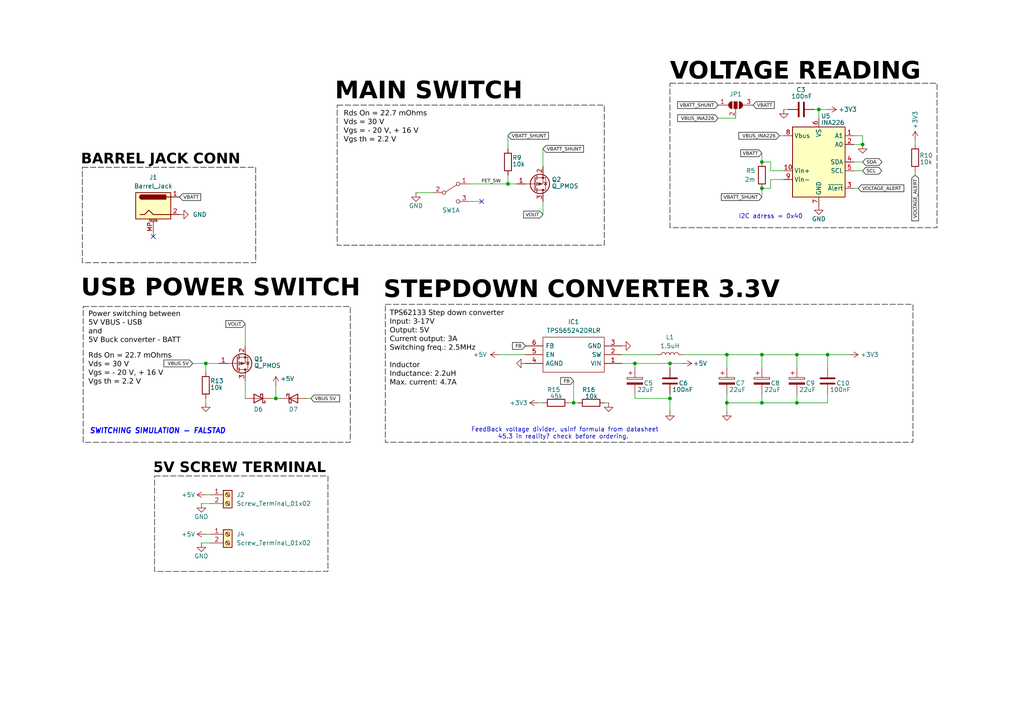
<source format=kicad_sch>
(kicad_sch (version 20250114) (generator "eeschema") (generator_version "9.0")
  (paper "A4")
  (lib_symbols
    (symbol "Connector:Barrel_Jack_MountingPin" (pin_names (hide yes))
      (property "Reference" "J" (at 0 5.334 0))
      (property "Value" "Barrel_Jack_MountingPin" (at 1.27 -6.35 0))
      (symbol "Barrel_Jack_MountingPin_0_1"
        (rectangle (start -5.08 3.81) (end 5.08 -3.81) (stroke (width 0.254)) (fill (type background)))
        (polyline (pts (xy -3.81 -2.54) (xy -2.54 -2.54) (xy -1.27 -1.27) (xy 0 -2.54) (xy 2.54 -2.54) (xy 5.08 -2.54)) (stroke (width 0.254)))
        (arc (start -3.302 1.905) (mid -3.9343 2.54) (end -3.302 3.175) (stroke (width 0.254)))
        (arc (start -3.302 1.905) (mid -3.9343 2.54) (end -3.302 3.175) (stroke (width 0.254)) (fill (type outline)))
        (rectangle (start 3.683 3.175) (end -3.302 1.905) (stroke (width 0.254)) (fill (type outline)))
        (polyline (pts (xy 5.08 2.54) (xy 3.81 2.54)) (stroke (width 0.254)))
      )
      (symbol "Barrel_Jack_MountingPin_1_1"
        (polyline (pts (xy -1.016 -4.572) (xy 1.016 -4.572)) (stroke (width 0.1524)))
        (text "Mounting" (at 0 -4.191 0) (effects (font (size 0.381 0.381))))
        (pin passive line (at 0 -7.62 90) (length 3.048) (name "MountPin") (number "MP"))
        (pin passive line (at 7.62 2.54 180) (length 2.54) (name "~") (number "1"))
        (pin passive line (at 7.62 -2.54 180) (length 2.54) (name "~") (number "2"))
      )
    )
    (symbol "Connector:Screw_Terminal_01x02" (pin_names (offset 1.016) (hide yes))
      (property "Reference" "J" (at 0 2.54 0))
      (property "Value" "Screw_Terminal_01x02" (at 0 -5.08 0))
      (symbol "Screw_Terminal_01x02_1_1"
        (rectangle (start -1.27 1.27) (end 1.27 -3.81) (stroke (width 0.254)) (fill (type background)))
        (polyline (pts (xy -0.5334 0.3302) (xy 0.3302 -0.508)) (stroke (width 0.1524)))
        (polyline (pts (xy -0.5334 -2.2098) (xy 0.3302 -3.048)) (stroke (width 0.1524)))
        (polyline (pts (xy -0.3556 0.508) (xy 0.508 -0.3302)) (stroke (width 0.1524)))
        (polyline (pts (xy -0.3556 -2.032) (xy 0.508 -2.8702)) (stroke (width 0.1524)))
        (circle (center 0 0) (radius 0.635) (stroke (width 0.1524)))
        (circle (center 0 -2.54) (radius 0.635) (stroke (width 0.1524)))
        (pin passive line (at -5.08 0 0) (length 3.81) (name "Pin_1") (number "1"))
        (pin passive line (at -5.08 -2.54 0) (length 3.81) (name "Pin_2") (number "2"))
      )
    )
    (symbol "Device:C" (pin_numbers (hide yes)) (pin_names (offset 0.254))
      (property "Reference" "C" (at 0.635 2.54 0))
      (property "Value" "C" (at 0.635 -2.54 0))
      (symbol "C_0_1"
        (polyline (pts (xy -2.032 0.762) (xy 2.032 0.762)) (stroke (width 0.508)))
        (polyline (pts (xy -2.032 -0.762) (xy 2.032 -0.762)) (stroke (width 0.508)))
      )
      (symbol "C_1_1"
        (pin passive line (at 0 3.81 270) (length 2.794) (name "~") (number "1"))
        (pin passive line (at 0 -3.81 90) (length 2.794) (name "~") (number "2"))
      )
    )
    (symbol "Device:C_Polarized" (pin_numbers (hide yes)) (pin_names (offset 0.254))
      (property "Reference" "C" (at 0.635 2.54 0))
      (property "Value" "C_Polarized" (at 0.635 -2.54 0))
      (symbol "C_Polarized_0_1"
        (rectangle (start -2.286 0.508) (end 2.286 1.016))
        (polyline (pts (xy -1.778 2.286) (xy -0.762 2.286)))
        (polyline (pts (xy -1.27 2.794) (xy -1.27 1.778)))
        (rectangle (start 2.286 -0.508) (end -2.286 -1.016) (fill (type outline)))
      )
      (symbol "C_Polarized_1_1"
        (pin passive line (at 0 3.81 270) (length 2.794) (name "~") (number "1"))
        (pin passive line (at 0 -3.81 90) (length 2.794) (name "~") (number "2"))
      )
    )
    (symbol "Device:D_Schottky" (pin_numbers (hide yes)) (pin_names (offset 1.016) (hide yes))
      (property "Reference" "D" (at 0 2.54 0))
      (property "Value" "D_Schottky" (at 0 -2.54 0))
      (symbol "D_Schottky_0_1"
        (polyline (pts (xy -1.905 0.635) (xy -1.905 1.27) (xy -1.27 1.27) (xy -1.27 -1.27) (xy -0.635 -1.27) (xy -0.635 -0.635)) (stroke (width 0.254)))
        (polyline (pts (xy 1.27 1.27) (xy 1.27 -1.27) (xy -1.27 0) (xy 1.27 1.27)) (stroke (width 0.254)))
        (polyline (pts (xy 1.27 0) (xy -1.27 0)))
      )
      (symbol "D_Schottky_1_1"
        (pin passive line (at -3.81 0 0) (length 2.54) (name "K") (number "1"))
        (pin passive line (at 3.81 0 180) (length 2.54) (name "A") (number "2"))
      )
    )
    (symbol "Device:L" (pin_numbers (hide yes)) (pin_names (offset 1.016) (hide yes))
      (property "Reference" "L" (at -1.27 0 90))
      (property "Value" "L" (at 1.905 0 90))
      (symbol "L_0_1"
        (arc (start 0 2.54) (mid 0.6323 1.905) (end 0 1.27))
        (arc (start 0 1.27) (mid 0.6323 0.635) (end 0 0))
        (arc (start 0 0) (mid 0.6323 -0.635) (end 0 -1.27))
        (arc (start 0 -1.27) (mid 0.6323 -1.905) (end 0 -2.54))
      )
      (symbol "L_1_1"
        (pin passive line (at 0 3.81 270) (length 1.27) (name "1") (number "1"))
        (pin passive line (at 0 -3.81 90) (length 1.27) (name "2") (number "2"))
      )
    )
    (symbol "Device:Q_PMOS_GSD" (pin_names (offset 0) (hide yes))
      (property "Reference" "Q" (at 5.08 1.27 0))
      (property "Value" "Q_PMOS_GSD" (at 5.08 -1.27 0))
      (symbol "Q_PMOS_GSD_0_1"
        (polyline (pts (xy 0.254 1.905) (xy 0.254 -1.905)) (stroke (width 0.254)))
        (polyline (pts (xy 0.254 0) (xy -2.54 0)))
        (polyline (pts (xy 0.762 2.286) (xy 0.762 1.27)) (stroke (width 0.254)))
        (polyline (pts (xy 0.762 1.778) (xy 3.302 1.778) (xy 3.302 -1.778) (xy 0.762 -1.778)))
        (polyline (pts (xy 0.762 0.508) (xy 0.762 -0.508)) (stroke (width 0.254)))
        (polyline (pts (xy 0.762 -1.27) (xy 0.762 -2.286)) (stroke (width 0.254)))
        (circle (center 1.651 0) (radius 2.794) (stroke (width 0.254)))
        (polyline (pts (xy 2.286 0) (xy 1.27 0.381) (xy 1.27 -0.381) (xy 2.286 0)) (fill (type outline)))
        (polyline (pts (xy 2.54 2.54) (xy 2.54 1.778)))
        (circle (center 2.54 1.778) (radius 0.254) (fill (type outline)))
        (circle (center 2.54 -1.778) (radius 0.254) (fill (type outline)))
        (polyline (pts (xy 2.54 -2.54) (xy 2.54 0) (xy 0.762 0)))
        (polyline (pts (xy 2.794 -0.508) (xy 2.921 -0.381) (xy 3.683 -0.381) (xy 3.81 -0.254)))
        (polyline (pts (xy 3.302 -0.381) (xy 2.921 0.254) (xy 3.683 0.254) (xy 3.302 -0.381)))
      )
      (symbol "Q_PMOS_GSD_1_1"
        (pin input line (at -5.08 0 0) (length 2.54) (name "G") (number "1"))
        (pin passive line (at 2.54 5.08 270) (length 2.54) (name "D") (number "3"))
        (pin passive line (at 2.54 -5.08 90) (length 2.54) (name "S") (number "2"))
      )
    )
    (symbol "Device:R" (pin_numbers (hide yes)) (pin_names (offset 0))
      (property "Reference" "R" (at 2.032 0 90))
      (property "Value" "R" (at 0 0 90))
      (symbol "R_0_1"
        (rectangle (start -1.016 -2.54) (end 1.016 2.54) (stroke (width 0.254)))
      )
      (symbol "R_1_1"
        (pin passive line (at 0 3.81 270) (length 1.27) (name "~") (number "1"))
        (pin passive line (at 0 -3.81 90) (length 1.27) (name "~") (number "2"))
      )
    )
    (symbol "Jumper:SolderJumper_3_Open" (pin_names (offset 0) (hide yes)) (exclude_from_sim yes) (in_bom no)
      (property "Reference" "JP" (at -2.54 -2.54 0))
      (property "Value" "SolderJumper_3_Open" (at 0 2.794 0))
      (symbol "SolderJumper_3_Open_0_1"
        (polyline (pts (xy -2.54 0) (xy -2.032 0)))
        (polyline (pts (xy -1.016 1.016) (xy -1.016 -1.016)))
        (arc (start -1.016 -1.016) (mid -2.0276 0) (end -1.016 1.016))
        (arc (start -1.016 -1.016) (mid -2.0276 0) (end -1.016 1.016) (fill (type outline)))
        (rectangle (start -0.508 1.016) (end 0.508 -1.016) (fill (type outline)))
        (polyline (pts (xy 0 -1.27) (xy 0 -1.016)))
        (arc (start 1.016 1.016) (mid 2.0276 0) (end 1.016 -1.016))
        (arc (start 1.016 1.016) (mid 2.0276 0) (end 1.016 -1.016) (fill (type outline)))
        (polyline (pts (xy 1.016 1.016) (xy 1.016 -1.016)))
        (polyline (pts (xy 2.54 0) (xy 2.032 0)))
      )
      (symbol "SolderJumper_3_Open_1_1"
        (pin passive line (at -5.08 0 0) (length 2.54) (name "A") (number "1"))
        (pin passive line (at 0 -3.81 90) (length 2.54) (name "C") (number "2"))
        (pin passive line (at 5.08 0 180) (length 2.54) (name "B") (number "3"))
      )
    )
    (symbol "SamacSys_Parts:TPS565242DRLR" (pin_names (offset 0.762))
      (property "Reference" "IC" (at 24.13 7.62 0))
      (property "Value" "TPS565242DRLR" (at 24.13 5.08 0))
      (symbol "TPS565242DRLR_0_0"
        (pin passive line (at 0 0 0) (length 5.08) (name "VIN") (number "1"))
        (pin passive line (at 0 -2.54 0) (length 5.08) (name "SW") (number "2"))
        (pin passive line (at 0 -5.08 0) (length 5.08) (name "GND") (number "3"))
        (pin passive line (at 27.94 0 180) (length 5.08) (name "AGND") (number "4"))
        (pin passive line (at 27.94 -2.54 180) (length 5.08) (name "EN") (number "5"))
        (pin passive line (at 27.94 -5.08 180) (length 5.08) (name "FB") (number "6"))
      )
      (symbol "TPS565242DRLR_0_1"
        (polyline (pts (xy 5.08 2.54) (xy 22.86 2.54) (xy 22.86 -7.62) (xy 5.08 -7.62) (xy 5.08 2.54)) (stroke (width 0.1524)))
      )
    )
    (symbol "Sensor_Energy:INA226"
      (property "Reference" "U" (at -6.35 11.43 0))
      (property "Value" "INA226" (at 3.81 11.43 0))
      (symbol "INA226_0_1"
        (rectangle (start 7.62 10.16) (end -7.62 -10.16) (stroke (width 0.254)) (fill (type background)))
      )
      (symbol "INA226_1_1"
        (pin input line (at -10.16 7.62 0) (length 2.54) (name "Vbus") (number "8"))
        (pin input line (at -10.16 -2.54 0) (length 2.54) (name "Vin+") (number "10"))
        (pin input line (at -10.16 -5.08 0) (length 2.54) (name "Vin-") (number "9"))
        (pin power_in line (at 0 12.7 270) (length 2.54) (name "VS") (number "6"))
        (pin power_in line (at 0 -12.7 90) (length 2.54) (name "GND") (number "7"))
        (pin input line (at 10.16 7.62 180) (length 2.54) (name "A1") (number "1"))
        (pin input line (at 10.16 5.08 180) (length 2.54) (name "A0") (number "2"))
        (pin bidirectional line (at 10.16 0 180) (length 2.54) (name "SDA") (number "4"))
        (pin input line (at 10.16 -2.54 180) (length 2.54) (name "SCL") (number "5"))
        (pin open_collector line (at 10.16 -7.62 180) (length 2.54) (name "~{Alert}") (number "3"))
      )
    )
    (symbol "Switch:SW_DPDT_x2" (pin_names (offset 0) (hide yes))
      (property "Reference" "SW" (at 0 4.318 0))
      (property "Value" "SW_DPDT_x2" (at 0 -5.08 0))
      (symbol "SW_DPDT_x2_0_0"
        (circle (center -2.032 0) (radius 0.508))
        (circle (center 2.032 -2.54) (radius 0.508))
      )
      (symbol "SW_DPDT_x2_0_1"
        (polyline (pts (xy -1.524 0.254) (xy 1.651 2.286)))
        (circle (center 2.032 2.54) (radius 0.508))
      )
      (symbol "SW_DPDT_x2_1_1"
        (pin passive line (at -5.08 0 0) (length 2.54) (name "B") (number "2"))
        (pin passive line (at 5.08 2.54 180) (length 2.54) (name "A") (number "1"))
        (pin passive line (at 5.08 -2.54 180) (length 2.54) (name "C") (number "3"))
      )
      (symbol "SW_DPDT_x2_2_1"
        (pin passive line (at -5.08 0 0) (length 2.54) (name "B") (number "5"))
        (pin passive line (at 5.08 2.54 180) (length 2.54) (name "A") (number "4"))
        (pin passive line (at 5.08 -2.54 180) (length 2.54) (name "C") (number "6"))
      )
    )
    (symbol "power:+3V3" (power) (pin_names (offset 0))
      (property "Value" "+3V3" (at 0 3.556 0))
      (symbol "+3V3_0_1"
        (polyline (pts (xy -0.762 1.27) (xy 0 2.54)))
        (polyline (pts (xy 0 2.54) (xy 0.762 1.27)))
        (polyline (pts (xy 0 0) (xy 0 2.54)))
      )
      (symbol "+3V3_1_1"
        (pin power_in line (at 0 0 90) (length 0) (hide yes) (name "+3V3") (number "1"))
      )
    )
    (symbol "power:+5V" (power) (pin_numbers (hide yes)) (pin_names (offset 0) (hide yes))
      (property "Value" "+5V" (at 0 3.556 0))
      (symbol "+5V_0_1"
        (polyline (pts (xy -0.762 1.27) (xy 0 2.54)))
        (polyline (pts (xy 0 2.54) (xy 0.762 1.27)))
        (polyline (pts (xy 0 0) (xy 0 2.54)))
      )
      (symbol "+5V_1_1"
        (pin power_in line (at 0 0 90) (length 0) (name "~") (number "1"))
      )
    )
    (symbol "power:GND" (power) (pin_numbers (hide yes)) (pin_names (offset 0) (hide yes))
      (property "Value" "GND" (at 0 -3.81 0))
      (symbol "GND_0_1"
        (polyline (pts (xy 0 0) (xy 0 -1.27) (xy 1.27 -1.27) (xy 0 -2.54) (xy -1.27 -1.27) (xy 0 -1.27)))
      )
      (symbol "GND_1_1"
        (pin power_in line (at 0 0 270) (length 0) (name "~") (number "1"))
      )
    )
  )
  (rectangle (start 23.876 48.514) (end 74.168 76.2) (stroke (width 0) (type dash) (color 0 0 0 1)))
  (rectangle (start 44.831 138.049) (end 95.123 165.735) (stroke (width 0) (type dash) (color 0 0 0 1)))
  (rectangle (start 24.13 88.9) (end 101.6 128.27) (stroke (width 0) (type dash) (color 0 0 0 1)))
  (rectangle (start 111.76 88.265) (end 264.795 128.27) (stroke (width 0) (type dash) (color 0 0 0 1)))
  (rectangle (start 97.79 30.48) (end 175.26 71.12) (stroke (width 0) (type dash) (color 0 0 0 1)))
  (rectangle (start 194.31 24.13) (end 271.78 66.04) (stroke (width 0) (type dash) (color 0 0 0 1)))
  (text "Rds On = 22.7 mOhms\nVds = 30 V\nVgs = - 20 V, + 16 V\nVgs th = 2.2 V" (at 99.695 41.91 0) (effects (font (size 1.5 1.5) (italic yes)) (justify left bottom)))
  (text "VOLTAGE READING" (at 194.31 22.225 0) (effects (font (size 5 5) (thickness 1.2) (bold yes)) (justify left)))
  (text "MAIN SWITCH" (at 97.155 27.94 0) (effects (font (size 5 5) (thickness 1.2) (bold yes)) (justify left)))
  (text "5V SCREW TERMINAL" (at 44.45 138.43 0) (effects (font (size 3 3) (bold yes)) (justify left bottom)))
  (text "TPS62133 Step down converter\nInput: 3-17V\nOutput: 5V\nCurrent output: 3A\nSwitching freq.: 2.5MHz\n\nInductor \nInductance: 2.2uH\nMax. current: 4.7A" (at 113.03 112.395 0) (effects (font (size 1.5 1.5) (italic yes)) (justify left bottom)))
  (text "SWITCHING SIMULATION - FALSTAD" (at 45.72 125.095 0) (effects (font (size 1.5 1.5) (thickness 0.3) (bold yes) (italic yes))))
  (text "FeedBack voltage divider, usinf formula from datasheet\n45.3 in reality? check before ordering. " (at 163.83 125.73 0) (effects (font (size 1.27 1.27))))
  (text "Power switching between \n5V VBUS - USB \nand \n5V Buck converter - BATT" (at 25.654 100.076 0) (effects (font (size 1.5 1.5) (italic yes)) (justify left bottom)))
  (text "USB POWER SWITCH" (at 23.495 85.09 0) (effects (font (size 5 5) (thickness 1.2) (bold yes)) (justify left)))
  (text "STEPDOWN CONVERTER 3.3V" (at 111.252 85.598 0) (effects (font (size 5 5) (thickness 1.2) (bold yes)) (justify left)))
  (text "Rds On = 22.7 mOhms\nVds = 30 V\nVgs = - 20 V, + 16 V\nVgs th = 2.2 V" (at 25.654 112.141 0) (effects (font (size 1.5 1.5) (italic yes)) (justify left bottom)))
  (text "I2C adress = 0x40" (at 223.52 62.865 0) (effects (font (size 1.27 1.27))))
  (text "BARREL JACK CONN" (at 23.495 48.895 0) (effects (font (size 3 3) (bold yes)) (justify left bottom)))
  (junction (at 220.98 54.61))
  (junction (at 166.37 116.84))
  (junction (at 184.15 105.41))
  (junction (at 231.14 102.87))
  (junction (at 220.98 116.84))
  (junction (at 220.98 102.87))
  (junction (at 250.19 41.91))
  (junction (at 59.69 105.41))
  (junction (at 147.32 53.34))
  (junction (at 231.14 116.84))
  (junction (at 80.01 115.57))
  (junction (at 194.31 115.57))
  (junction (at 240.03 102.87))
  (junction (at 210.82 116.84))
  (junction (at 210.82 102.87))
  (junction (at 194.31 105.41))
  (junction (at 220.98 46.99))
  (junction (at 237.49 31.75))
  (no_connect (at 44.45 68.58))
  (no_connect (at 139.7 58.42))
  (wire (pts (xy 227.33 52.07) (xy 223.52 52.07)))
  (wire (pts (xy 157.48 62.23) (xy 157.48 58.42)))
  (wire (pts (xy 265.43 50.8) (xy 265.43 49.53)))
  (wire (pts (xy 59.69 107.95) (xy 59.69 105.41)))
  (wire (pts (xy 58.42 157.48) (xy 60.96 157.48)))
  (wire (pts (xy 223.52 49.53) (xy 223.52 46.99)))
  (wire (pts (xy 240.03 31.75) (xy 237.49 31.75)))
  (wire (pts (xy 210.82 102.87) (xy 210.82 106.68)))
  (wire (pts (xy 220.98 116.84) (xy 231.14 116.84)))
  (wire (pts (xy 227.33 49.53) (xy 223.52 49.53)))
  (wire (pts (xy 165.1 116.84) (xy 166.37 116.84)))
  (wire (pts (xy 120.65 55.88) (xy 125.73 55.88)))
  (wire (pts (xy 240.03 114.3) (xy 240.03 116.84)))
  (wire (pts (xy 55.88 105.41) (xy 59.69 105.41)))
  (wire (pts (xy 220.98 102.87) (xy 220.98 106.68)))
  (wire (pts (xy 240.03 102.87) (xy 246.38 102.87)))
  (wire (pts (xy 194.31 106.68) (xy 194.31 105.41)))
  (wire (pts (xy 147.32 53.34) (xy 149.86 53.34)))
  (wire (pts (xy 184.15 106.68) (xy 184.15 105.41)))
  (wire (pts (xy 265.43 40.64) (xy 265.43 41.91)))
  (wire (pts (xy 220.98 44.45) (xy 220.98 46.99)))
  (wire (pts (xy 231.14 102.87) (xy 240.03 102.87)))
  (wire (pts (xy 237.49 31.75) (xy 237.49 34.29)))
  (wire (pts (xy 71.12 93.98) (xy 71.12 100.33)))
  (wire (pts (xy 71.12 110.49) (xy 71.12 115.57)))
  (wire (pts (xy 194.31 114.3) (xy 194.31 115.57)))
  (wire (pts (xy 59.69 143.51) (xy 60.96 143.51)))
  (wire (pts (xy 210.82 116.84) (xy 210.82 119.38)))
  (wire (pts (xy 250.19 49.53) (xy 247.65 49.53)))
  (wire (pts (xy 59.69 116.84) (xy 59.69 115.57)))
  (wire (pts (xy 210.82 116.84) (xy 220.98 116.84)))
  (wire (pts (xy 248.92 54.61) (xy 247.65 54.61)))
  (wire (pts (xy 250.19 39.37) (xy 250.19 41.91)))
  (wire (pts (xy 180.34 105.41) (xy 184.15 105.41)))
  (wire (pts (xy 180.34 102.87) (xy 190.5 102.87)))
  (wire (pts (xy 210.82 114.3) (xy 210.82 116.84)))
  (wire (pts (xy 59.69 105.41) (xy 63.5 105.41)))
  (wire (pts (xy 220.98 114.3) (xy 220.98 116.84)))
  (wire (pts (xy 227.33 31.75) (xy 228.6 31.75)))
  (wire (pts (xy 59.69 154.94) (xy 60.96 154.94)))
  (wire (pts (xy 194.31 105.41) (xy 198.12 105.41)))
  (wire (pts (xy 144.78 102.87) (xy 152.4 102.87)))
  (wire (pts (xy 135.89 53.34) (xy 147.32 53.34)))
  (wire (pts (xy 184.15 115.57) (xy 184.15 114.3)))
  (wire (pts (xy 166.37 116.84) (xy 167.64 116.84)))
  (wire (pts (xy 223.52 46.99) (xy 220.98 46.99)))
  (wire (pts (xy 147.32 50.8) (xy 147.32 53.34)))
  (wire (pts (xy 220.98 102.87) (xy 231.14 102.87)))
  (wire (pts (xy 80.01 111.76) (xy 80.01 115.57)))
  (wire (pts (xy 226.06 39.37) (xy 227.33 39.37)))
  (wire (pts (xy 240.03 102.87) (xy 240.03 106.68)))
  (wire (pts (xy 80.01 115.57) (xy 81.28 115.57)))
  (wire (pts (xy 184.15 105.41) (xy 194.31 105.41)))
  (wire (pts (xy 223.52 54.61) (xy 220.98 54.61)))
  (wire (pts (xy 250.19 41.91) (xy 247.65 41.91)))
  (wire (pts (xy 231.14 102.87) (xy 231.14 106.68)))
  (wire (pts (xy 247.65 39.37) (xy 250.19 39.37)))
  (wire (pts (xy 220.98 57.15) (xy 220.98 54.61)))
  (wire (pts (xy 156.21 116.84) (xy 157.48 116.84)))
  (wire (pts (xy 223.52 52.07) (xy 223.52 54.61)))
  (wire (pts (xy 44.45 68.58) (xy 44.45 67.31)))
  (wire (pts (xy 250.19 46.99) (xy 247.65 46.99)))
  (wire (pts (xy 231.14 114.3) (xy 231.14 116.84)))
  (wire (pts (xy 210.82 102.87) (xy 220.98 102.87)))
  (wire (pts (xy 78.74 115.57) (xy 80.01 115.57)))
  (wire (pts (xy 208.28 34.29) (xy 213.36 34.29)))
  (wire (pts (xy 88.9 115.57) (xy 90.17 115.57)))
  (wire (pts (xy 147.32 39.37) (xy 147.32 43.18)))
  (wire (pts (xy 231.14 116.84) (xy 240.03 116.84)))
  (wire (pts (xy 166.37 110.49) (xy 166.37 116.84)))
  (wire (pts (xy 58.42 146.05) (xy 60.96 146.05)))
  (wire (pts (xy 184.15 115.57) (xy 194.31 115.57)))
  (wire (pts (xy 236.22 31.75) (xy 237.49 31.75)))
  (wire (pts (xy 176.53 116.84) (xy 175.26 116.84)))
  (wire (pts (xy 157.48 43.18) (xy 157.48 48.26)))
  (wire (pts (xy 198.12 102.87) (xy 210.82 102.87)))
  (wire (pts (xy 139.7 58.42) (xy 135.89 58.42)))
  (wire (pts (xy 194.31 115.57) (xy 194.31 119.38)))
  (label "FET_SW" (at 139.7 53.34 0) (effects (font (size 1 1))))
  (global_label "SCL" (shape bidirectional) (at 250.19 49.53 0) (effects (font (size 1 1))) (property "Intersheetrefs" "${INTERSHEET_REFS}" (effects (hide yes))))
  (global_label "VOLTAGE_ALERT" (shape input) (at 248.92 54.61 0) (effects (font (size 1 1))) (property "Intersheetrefs" "${INTERSHEET_REFS}" (effects (hide yes))))
  (global_label "VBUS 5V" (shape input) (at 90.17 115.57 0) (effects (font (size 1 1))) (property "Intersheetrefs" "${INTERSHEET_REFS}" (effects (hide yes))))
  (global_label "VOUT" (shape input) (at 157.48 62.23 180) (effects (font (size 1 1))) (property "Intersheetrefs" "${INTERSHEET_REFS}" (effects (hide yes))))
  (global_label "VBATT_SHUNT" (shape input) (at 147.32 39.37 0) (effects (font (size 1 1))) (property "Intersheetrefs" "${INTERSHEET_REFS}" (effects (hide yes))))
  (global_label "FB" (shape input) (at 152.4 100.33 180) (effects (font (size 1 1))) (property "Intersheetrefs" "${INTERSHEET_REFS}" (effects (hide yes))))
  (global_label "SDA" (shape bidirectional) (at 250.19 46.99 0) (effects (font (size 1 1))) (property "Intersheetrefs" "${INTERSHEET_REFS}" (effects (hide yes))))
  (global_label "VBUS_INA226" (shape input) (at 208.28 34.29 180) (effects (font (size 1 1))) (property "Intersheetrefs" "${INTERSHEET_REFS}" (effects (hide yes))))
  (global_label "VBATT_SHUNT" (shape input) (at 208.28 30.48 180) (effects (font (size 1 1))) (property "Intersheetrefs" "${INTERSHEET_REFS}" (effects (hide yes))))
  (global_label "VBATT" (shape input) (at 220.98 44.45 180) (effects (font (size 1 1))) (property "Intersheetrefs" "${INTERSHEET_REFS}" (effects (hide yes))))
  (global_label "VBATT_SHUNT" (shape input) (at 157.48 43.18 0) (effects (font (size 1 1))) (property "Intersheetrefs" "${INTERSHEET_REFS}" (effects (hide yes))))
  (global_label "VOLTAGE_ALERT" (shape input) (at 265.43 50.8 270) (effects (font (size 1 1))) (property "Intersheetrefs" "${INTERSHEET_REFS}" (effects (hide yes))))
  (global_label "FB" (shape input) (at 166.37 110.49 180) (effects (font (size 1 1))) (property "Intersheetrefs" "${INTERSHEET_REFS}" (effects (hide yes))))
  (global_label "VBUS 5V" (shape input) (at 55.88 105.41 180) (effects (font (size 1 1))) (property "Intersheetrefs" "${INTERSHEET_REFS}" (effects (hide yes))))
  (global_label "VBATT" (shape input) (at 218.44 30.48 0) (effects (font (size 1 1))) (property "Intersheetrefs" "${INTERSHEET_REFS}" (effects (hide yes))))
  (global_label "VBATT" (shape input) (at 52.07 57.15 0) (effects (font (size 1 1))) (property "Intersheetrefs" "${INTERSHEET_REFS}" (effects (hide yes))))
  (global_label "VOUT" (shape input) (at 71.12 93.98 180) (effects (font (size 1 1))) (property "Intersheetrefs" "${INTERSHEET_REFS}" (effects (hide yes))))
  (global_label "VBUS_INA226" (shape input) (at 226.06 39.37 180) (effects (font (size 1 1))) (property "Intersheetrefs" "${INTERSHEET_REFS}" (effects (hide yes))))
  (global_label "VBATT_SHUNT" (shape input) (at 220.98 57.15 180) (effects (font (size 1 1))) (property "Intersheetrefs" "${INTERSHEET_REFS}" (effects (hide yes))))
  (symbol (lib_id "power:+5V") (at 59.69 154.94 90) (unit 1)
    (property "Reference" "#PWR015" (effects (hide yes)))
    (property "Value" "+5V" (at 56.642 154.94 90) (effects (justify left)))
    (property "Description" "Power symbol creates a global label with name \"+5V\"" (effects (hide yes)))
  )
  (symbol (lib_id "power:GND") (at 58.42 146.05 0) (unit 1)
    (property "Reference" "#PWR022" (effects (hide yes)))
    (property "Value" "GND" (at 60.452 149.86 0) (effects (justify right)))
    (property "Description" "Power symbol creates a global label with name \"GND\" , ground" (effects (hide yes)))
  )
  (symbol (lib_id "Device:R") (at 59.69 111.76 0) (unit 1)
    (property "Reference" "R13" (at 60.96 110.49 0) (effects (justify left)))
    (property "Value" "10k" (at 60.96 112.395 0) (effects (justify left)))
    (property "Footprint" "Resistor_SMD:R_0805_2012Metric_Pad1.20x1.40mm_HandSolder" (effects (hide yes)))
    (property "Description" "Resistor" (effects (hide yes)))
  )
  (symbol (lib_id "power:GND") (at 152.4 105.41 270) (unit 1)
    (property "Reference" "#PWR028" (effects (hide yes)))
    (property "Value" "GND" (effects (hide yes)))
  )
  (symbol (lib_id "power:+3V3") (at 265.43 40.64 0) (mirror y) (unit 1)
    (property "Reference" "#PWR020" (effects (hide yes)))
    (property "Value" "+3V3" (at 265.43 37.465 90) (effects (justify left)))
  )
  (symbol (lib_id "Device:R") (at 265.43 45.72 0) (mirror y) (unit 1)
    (property "Reference" "R10" (at 268.605 45.085 0))
    (property "Value" "10k" (at 268.605 46.99 0))
    (property "Footprint" "Resistor_SMD:R_0805_2012Metric_Pad1.20x1.40mm_HandSolder" (effects (hide yes)))
    (property "Description" "Resistor" (effects (hide yes)))
  )
  (symbol (lib_id "Connector:Barrel_Jack_MountingPin") (at 44.45 59.69 0) (unit 1)
    (property "Reference" "J1" (at 44.45 51.435 0))
    (property "Value" "Barrel_Jack" (at 44.45 53.975 0))
    (property "Footprint" "Connector_BarrelJack:BarrelJack_Horizontal" (effects (hide yes)))
    (property "Description" "DC Barrel Jack with a mounting pin" (effects (hide yes)))
  )
  (symbol (lib_id "Device:R") (at 171.45 116.84 90) (unit 1)
    (property "Reference" "R16" (at 172.72 113.03 90) (effects (justify left)))
    (property "Value" "10k" (at 173.355 114.9351 90) (effects (justify left)))
    (property "Footprint" "Resistor_SMD:R_0805_2012Metric_Pad1.20x1.40mm_HandSolder" (effects (hide yes)))
    (property "LCSC" "C17633" (effects (hide yes)))
  )
  (symbol (lib_id "Device:C") (at 194.31 110.49 0) (unit 1)
    (property "Reference" "C6" (at 196.85 111.125 0) (effects (justify left)))
    (property "Value" "100nF" (at 194.945 113.03 0) (effects (justify left)))
    (property "Footprint" "Capacitor_SMD:C_0805_2012Metric_Pad1.18x1.45mm_HandSolder" (effects (hide yes)))
    (property "LCSC" "C49678" (effects (hide yes)))
  )
  (symbol (lib_id "Device:C_Polarized") (at 231.14 110.49 0) (unit 1)
    (property "Reference" "C9" (at 233.68 111.125 0) (effects (justify left)))
    (property "Value" "22uF" (at 231.775 113.03 0) (effects (justify left)))
    (property "Footprint" "Capacitor_Tantalum_SMD:CP_EIA-2012-12_Kemet-R_Pad1.30x1.05mm_HandSolder" (effects (hide yes)))
    (property "Description" "Polarized capacitor" (effects (hide yes)))
  )
  (symbol (lib_id "power:+5V") (at 80.01 111.76 0) (unit 1)
    (property "Reference" "#PWR024" (effects (hide yes)))
    (property "Value" "+5V" (at 81.28 109.855 0) (effects (justify left)))
    (property "Description" "Power symbol creates a global label with name \"+5V\"" (effects (hide yes)))
  )
  (symbol (lib_id "power:GND") (at 52.07 62.23 90) (unit 1)
    (property "Reference" "#PWR019" (effects (hide yes)))
    (property "Value" "GND" (at 55.88 62.2301 90) (effects (justify right)))
    (property "Description" "Power symbol creates a global label with name \"GND\" , ground" (effects (hide yes)))
  )
  (symbol (lib_id "power:+3V3") (at 246.38 102.87 270) (unit 1)
    (property "Reference" "#PWR035" (effects (hide yes)))
    (property "Value" "+3V3" (at 249.555 102.87 90) (effects (justify left)))
  )
  (symbol (lib_id "Device:C_Polarized") (at 220.98 110.49 0) (unit 1)
    (property "Reference" "C8" (at 223.52 111.125 0) (effects (justify left)))
    (property "Value" "22uF" (at 221.615 113.03 0) (effects (justify left)))
    (property "Footprint" "Capacitor_Tantalum_SMD:CP_EIA-2012-12_Kemet-R_Pad1.30x1.05mm_HandSolder" (effects (hide yes)))
    (property "Description" "Polarized capacitor" (effects (hide yes)))
  )
  (symbol (lib_id "Device:Q_PMOS_GSD") (at 154.94 53.34 0) (mirror x) (unit 1)
    (property "Reference" "Q2" (at 160.02 52.07 0) (effects (justify left)))
    (property "Value" "Q_PMOS" (at 160.02 53.975 0) (effects (justify left)))
    (property "Footprint" "Package_TO_SOT_SMD:SOT-23-3" (effects (hide yes)))
    (property "Datasheet" "https://cz.mouser.com/ProductDetail/Vishay-Semiconductors/SI2393DS-T1-GE3?qs=BJlw7L4Cy7%2FUF13oxTStOQ%3D%3D" (effects (hide yes)))
    (property "Description" "P-MOSFET transistor, gate/source/drain" (effects (hide yes)))
  )
  (symbol (lib_id "power:+5V") (at 59.69 143.51 90) (unit 1)
    (property "Reference" "#PWR023" (effects (hide yes)))
    (property "Value" "+5V" (at 56.642 143.51 90) (effects (justify left)))
    (property "Description" "Power symbol creates a global label with name \"+5V\"" (effects (hide yes)))
  )
  (symbol (lib_id "Device:C") (at 240.03 110.49 0) (unit 1)
    (property "Reference" "C10" (at 242.57 111.125 0) (effects (justify left)))
    (property "Value" "100nF" (at 240.665 113.03 0) (effects (justify left)))
    (property "Footprint" "Capacitor_SMD:C_0805_2012Metric_Pad1.18x1.45mm_HandSolder" (effects (hide yes)))
    (property "LCSC" "C49678" (effects (hide yes)))
  )
  (symbol (lib_id "Sensor_Energy:INA226") (at 237.49 46.99 0) (unit 1)
    (property "Reference" "U5" (at 238.125 33.655 0) (effects (justify left)))
    (property "Value" "INA226" (at 238.125 35.56 0) (effects (justify left)))
    (property "Footprint" "Package_SO:VSSOP-10_3x3mm_P0.5mm" (effects (hide yes)))
    (property "Datasheet" "http://www.ti.com/lit/ds/symlink/ina226.pdf" (effects (hide yes)))
    (property "Description" "High-Side or Low-Side Measurement, Bi-Directional Current and Power Monitor (0-36V) with I2C Compatible Interface, VSSOP-10" (effects (hide yes)))
  )
  (symbol (lib_id "power:GND") (at 194.31 119.38 0) (unit 1)
    (property "Reference" "#PWR032" (effects (hide yes)))
    (property "Value" "GND" (effects (hide yes)))
  )
  (symbol (lib_id "Device:C_Polarized") (at 184.15 110.49 0) (unit 1)
    (property "Reference" "C5" (at 186.69 111.125 0) (effects (justify left)))
    (property "Value" "22uF" (at 184.785 113.03 0) (effects (justify left)))
    (property "Footprint" "Capacitor_Tantalum_SMD:CP_EIA-2012-12_Kemet-R_Pad1.30x1.05mm_HandSolder" (effects (hide yes)))
    (property "Datasheet" "https://cz.mouser.com/ProductDetail/KYOCERA-AVX/TCTP1A226M8R?qs=By6Nw2ByBD3AJs9Xk0HVmg%3D%3D" (effects (hide yes)))
    (property "Description" "Polarized capacitor" (effects (hide yes)))
  )
  (symbol (lib_id "power:+3V3") (at 240.03 31.75 270) (unit 1)
    (property "Reference" "#PWR017" (effects (hide yes)))
    (property "Value" "+3V3" (at 243.205 31.75 90) (effects (justify left)))
  )
  (symbol (lib_id "power:GND") (at 176.53 116.84 0) (unit 1)
    (property "Reference" "#PWR030" (effects (hide yes)))
    (property "Value" "GND" (effects (hide yes)))
  )
  (symbol (lib_id "Device:L") (at 194.31 102.87 90) (unit 1)
    (property "Reference" "L1" (at 194.31 97.79 90))
    (property "Value" "1.5uH" (at 194.31 100.33 90))
    (property "Footprint" "Inductor_SMD:L_Vishay_IHLP-1212" (effects (hide yes)))
    (property "Datasheet" "https://cz.mouser.com/ProductDetail/Vishay-Dale/IHLP1212BZEV1R5M5A?qs=BJlw7L4Cy7%2FLPKyjRWwgFw%3D%3D" (effects (hide yes)))
    (property "Description" "Inductor" (effects (hide yes)))
  )
  (symbol (lib_id "Connector:Screw_Terminal_01x02") (at 66.04 154.94 0) (unit 1)
    (property "Reference" "J4" (at 68.58 154.9399 0) (effects (justify left)))
    (property "Value" "Screw_Terminal_01x02" (at 68.58 157.4799 0) (effects (justify left)))
    (property "Footprint" "TerminalBlock:TerminalBlock_Xinya_XY308-2.54-2P_1x02_P2.54mm_Horizontal" (effects (hide yes)))
    (property "Description" "Generic screw terminal, single row, 01x02, script generated (kicad-library-utils/schlib/autogen/connector/)" (effects (hide yes)))
  )
  (symbol (lib_id "Jumper:SolderJumper_3_Open") (at 213.36 30.48 0) (unit 1) (in_bom no)
    (property "Reference" "JP1" (at 213.36 27.305 0))
    (property "Value" "SolderJumper_3_Open" (effects (hide yes)))
    (property "Footprint" "Jumper:SolderJumper-3_P2.0mm_Open_TrianglePad1.0x1.5mm" (effects (hide yes)))
    (property "Description" "Solder Jumper, 3-pole, open" (effects (hide yes)))
  )
  (symbol (lib_id "Device:R") (at 220.98 50.8 0) (mirror y) (unit 1)
    (property "Reference" "R5" (at 219.075 49.53 0) (effects (justify left)))
    (property "Value" "2m" (at 219.075 52.07 0) (effects (justify left)))
    (property "Footprint" "Resistor_SMD:R_0805_2012Metric_Pad1.20x1.40mm_HandSolder" (effects (hide yes)))
    (property "Description" "Resistor" (effects (hide yes)))
  )
  (symbol (lib_id "power:GND") (at 120.65 55.88 0) (unit 1)
    (property "Reference" "#PWR016" (effects (hide yes)))
    (property "Value" "GND" (at 120.65 59.69 0))
    (property "Description" "Power symbol creates a global label with name \"GND\" , ground" (effects (hide yes)))
  )
  (symbol (lib_id "Device:D_Schottky") (at 85.09 115.57 0) (unit 1)
    (property "Reference" "D7" (at 85.09 118.745 0))
    (property "Value" "D_Schottky" (effects (hide yes)))
    (property "Footprint" "Diode_SMD:D_1206_3216Metric_Pad1.42x1.75mm_HandSolder" (effects (hide yes)))
    (property "Description" "Schottky diode" (effects (hide yes)))
  )
  (symbol (lib_id "power:+5V") (at 198.12 105.41 270) (unit 1)
    (property "Reference" "#PWR033" (effects (hide yes)))
    (property "Value" "+5V" (at 205.105 105.41 90) (effects (justify right)))
  )
  (symbol (lib_id "SamacSys_Parts:TPS565242DRLR") (at 180.34 105.41 180) (unit 1)
    (property "Reference" "IC1" (at 166.37 93.345 0))
    (property "Value" "TPS565242DRLR" (at 166.37 95.885 0))
    (property "Footprint" "Package_TO_SOT_SMD:SOT-563" (effects (hide yes)))
    (property "Datasheet" "https://www.ti.com/lit/gpn/tps565247" (effects (hide yes)))
    (property "Description" "Switching Voltage Regulators 3-V to 16-V input voltage, 5-A ECO mode, synchronous buck converter in SOT-563 package" (effects (hide yes)))
    (property "Height" "0.6" (effects (hide yes)))
    (property "Manufacturer_Name" "Texas Instruments" (effects (hide yes)))
    (property "Manufacturer_Part_Number" "TPS565242DRLR" (effects (hide yes)))
    (property "Mouser Part Number" "595-TPS565242DRLR" (effects (hide yes)))
    (property "Mouser Price/Stock" "https://www.mouser.co.uk/ProductDetail/Texas-Instruments/TPS565242DRLR?qs=tlsG%2FOw5FFgHUuabKshykA%3D%3D" (effects (hide yes)))
    (property "LCSC" "XXXX" (effects (hide yes)))
  )
  (symbol (lib_id "Connector:Screw_Terminal_01x02") (at 66.04 143.51 0) (unit 1)
    (property "Reference" "J2" (at 68.58 143.5099 0) (effects (justify left)))
    (property "Value" "Screw_Terminal_01x02" (at 68.58 146.0499 0) (effects (justify left)))
    (property "Footprint" "TerminalBlock:TerminalBlock_Xinya_XY308-2.54-2P_1x02_P2.54mm_Horizontal" (effects (hide yes)))
    (property "Description" "Generic screw terminal, single row, 01x02, script generated (kicad-library-utils/schlib/autogen/connector/)" (effects (hide yes)))
  )
  (symbol (lib_id "power:+5V") (at 144.78 102.87 90) (unit 1)
    (property "Reference" "#PWR027" (effects (hide yes)))
    (property "Value" "+5V" (at 137.16 102.87 90) (effects (justify right)))
  )
  (symbol (lib_id "power:GND") (at 59.69 116.84 0) (unit 1)
    (property "Reference" "#PWR021" (effects (hide yes)))
    (property "Value" "GND" (effects (hide yes)))
  )
  (symbol (lib_id "power:GND") (at 180.34 100.33 90) (unit 1)
    (property "Reference" "#PWR031" (effects (hide yes)))
    (property "Value" "GND" (effects (hide yes)))
  )
  (symbol (lib_id "power:GND") (at 227.33 31.75 0) (unit 1)
    (property "Reference" "#PWR01" (effects (hide yes)))
    (property "Value" "GND" (effects (hide yes)))
    (property "Description" "Power symbol creates a global label with name \"GND\" , ground" (effects (hide yes)))
  )
  (symbol (lib_id "power:+3V3") (at 156.21 116.84 90) (unit 1)
    (property "Reference" "#PWR029" (effects (hide yes)))
    (property "Value" "+3V3" (at 153.035 116.84 90) (effects (justify left)))
  )
  (symbol (lib_id "Switch:SW_DPDT_x2") (at 130.81 55.88 0) (unit 1)
    (property "Reference" "SW1" (at 130.81 60.96 0))
    (property "Value" "SW_DPDT_x2" (effects (hide yes)))
    (property "Footprint" "sumec_brd:Custom_SPDT_2.5_Switch" (effects (hide yes)))
    (property "Datasheet" "https://cz.mouser.com/ProductDetail/Same-Sky/SLW-116641-5A-S-D?qs=IKkN%2F947nfBZSdW8n5Vqgw%3D%3D" (effects (hide yes)))
  )
  (symbol (lib_id "Device:R") (at 161.29 116.84 90) (unit 1)
    (property "Reference" "R15" (at 162.56 113.03 90) (effects (justify left)))
    (property "Value" "45k" (at 163.195 114.935 90) (effects (justify left)))
    (property "Footprint" "Resistor_SMD:R_0805_2012Metric_Pad1.20x1.40mm_HandSolder" (effects (hide yes)))
    (property "LCSC" "C17470" (effects (hide yes)))
  )
  (symbol (lib_id "power:GND") (at 58.42 157.48 0) (unit 1)
    (property "Reference" "#PWR014" (effects (hide yes)))
    (property "Value" "GND" (at 60.452 161.29 0) (effects (justify right)))
    (property "Description" "Power symbol creates a global label with name \"GND\" , ground" (effects (hide yes)))
  )
  (symbol (lib_id "Device:Q_PMOS_GSD") (at 68.58 105.41 0) (mirror x) (unit 1)
    (property "Reference" "Q1" (at 73.66 104.14 0) (effects (justify left)))
    (property "Value" "Q_PMOS" (at 73.66 106.045 0) (effects (justify left)))
    (property "Footprint" "Package_TO_SOT_SMD:SOT-23-3" (effects (hide yes)))
    (property "Description" "P-MOSFET transistor, gate/source/drain" (effects (hide yes)))
  )
  (symbol (lib_id "power:GND") (at 237.49 59.69 0) (unit 1)
    (property "Reference" "#PWR06" (effects (hide yes)))
    (property "Value" "GND" (at 237.49 63.5 0))
    (property "Description" "Power symbol creates a global label with name \"GND\" , ground" (effects (hide yes)))
  )
  (symbol (lib_id "Device:C") (at 232.41 31.75 90) (mirror x) (unit 1)
    (property "Reference" "C3" (at 233.68 26.035 90) (effects (justify left)))
    (property "Value" "100nF" (at 235.585 27.94 90) (effects (justify left)))
    (property "Footprint" "Capacitor_SMD:C_0805_2012Metric_Pad1.18x1.45mm_HandSolder" (effects (hide yes)))
  )
  (symbol (lib_id "power:GND") (at 210.82 119.38 0) (unit 1)
    (property "Reference" "#PWR034" (effects (hide yes)))
    (property "Value" "GND" (effects (hide yes)))
  )
  (symbol (lib_id "power:GND") (at 250.19 41.91 0) (unit 1)
    (property "Reference" "#PWR018" (effects (hide yes)))
    (property "Value" "GND" (effects (hide yes)))
    (property "Description" "Power symbol creates a global label with name \"GND\" , ground" (effects (hide yes)))
  )
  (symbol (lib_id "Device:D_Schottky") (at 74.93 115.57 180) (unit 1)
    (property "Reference" "D6" (at 74.93 118.745 0))
    (property "Value" "D_Schottky" (effects (hide yes)))
    (property "Footprint" "Diode_SMD:D_1206_3216Metric_Pad1.42x1.75mm_HandSolder" (effects (hide yes)))
    (property "Description" "Schottky diode" (effects (hide yes)))
  )
  (symbol (lib_id "Device:C_Polarized") (at 210.82 110.49 0) (unit 1)
    (property "Reference" "C7" (at 213.36 111.125 0) (effects (justify left)))
    (property "Value" "22uF" (at 211.455 113.03 0) (effects (justify left)))
    (property "Footprint" "Capacitor_Tantalum_SMD:CP_EIA-2012-12_Kemet-R_Pad1.30x1.05mm_HandSolder" (effects (hide yes)))
    (property "Description" "Polarized capacitor" (effects (hide yes)))
  )
  (symbol (lib_id "Device:R") (at 147.32 46.99 0) (unit 1)
    (property "Reference" "R9" (at 148.59 45.72 0) (effects (justify left)))
    (property "Value" "10k" (at 148.59 47.625 0) (effects (justify left)))
    (property "Footprint" "Resistor_SMD:R_0805_2012Metric_Pad1.20x1.40mm_HandSolder" (effects (hide yes)))
    (property "Description" "Resistor" (effects (hide yes)))
  )
)
</source>
